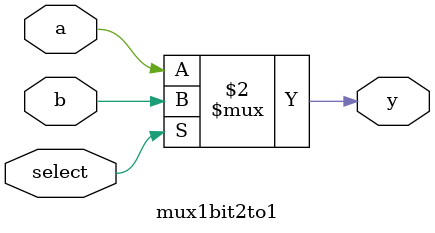
<source format=sv>
module mux1bit2to1 (
  input logic a,
  input logic b,
  input logic select,
  output logic y
);

  assign y = (select == 1'b0) ? a : b;

endmodule

</source>
